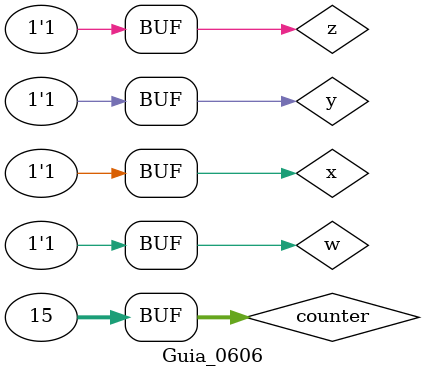
<source format=v>

module OPERATION(output s, input w, input x, input y, input z);
	assign s = x & (~w + ~x + ~z);
endmodule

module Guia_0606;
	
	integer counter;
	reg w,x,y,z;
	wire s;
	OPERATION op(s,w,x,y,z);

	initial begin:main;
		w=0; x=0; y=0; z=0; counter = 0;
		$display("Tabela verdade exercicio 6:");
		$display("m | w x y z | s");
		$monitor("%1d | %b %b %b %b | %b", counter, w,x,y,z,s);
#1 z=1; counter++;
#1 z=0; y=1; counter++;
#1 z=1; y=1; counter++;
#1 z=0; y=0; x=1; counter++;
#1 z=1; y=0; x=1; counter++;
#1 z=0; y=1; x=1; counter++;
#1 z=1; y=1; x=1; counter++;
#1 z=0; y=0; x=0; w=1; counter++;
#1 z=1; y=0; x=0; counter++;
#1 z=0; y=1; x=0; counter++;
#1 z=1; y=1; x=0; counter++;
#1 z=0; y=0; x=1; counter++;
#1 z=1; y=0; counter++;
#1 z=0; y=1; counter++;
#1 z=1; counter++;
	end
endmodule

</source>
